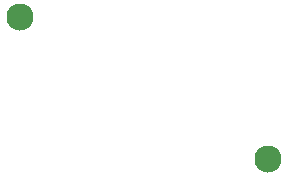
<source format=gbs>
G04 #@! TF.GenerationSoftware,KiCad,Pcbnew,8.0.8+1*
G04 #@! TF.CreationDate,2025-06-17T15:49:25+00:00*
G04 #@! TF.ProjectId,controller_overlay,636f6e74-726f-46c6-9c65-725f6f766572,0.2*
G04 #@! TF.SameCoordinates,Original*
G04 #@! TF.FileFunction,Soldermask,Bot*
G04 #@! TF.FilePolarity,Negative*
%FSLAX46Y46*%
G04 Gerber Fmt 4.6, Leading zero omitted, Abs format (unit mm)*
G04 Created by KiCad (PCBNEW 8.0.8+1) date 2025-06-17 15:49:25*
%MOMM*%
%LPD*%
G01*
G04 APERTURE LIST*
%ADD10C,2.300000*%
G04 APERTURE END LIST*
D10*
X207762000Y-89226000D03*
X228694000Y-101245000D03*
M02*

</source>
